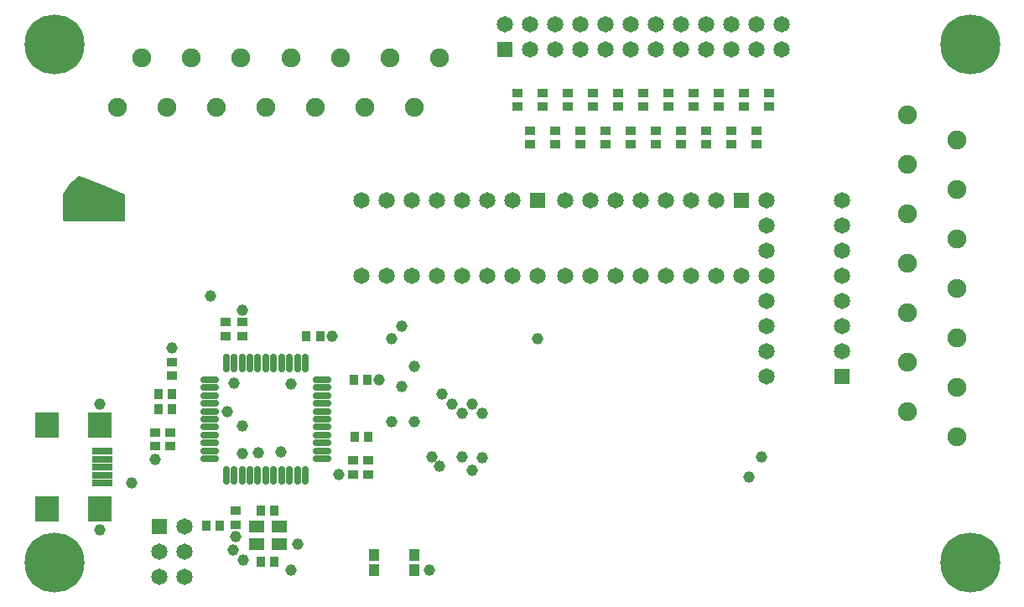
<source format=gts>
%FSAX42Y42*%
%MOMM*%
G71*
G01*
G75*
G04 Layer_Color=8388736*
%ADD10R,1.30X1.05*%
%ADD11R,0.80X0.90*%
%ADD12O,0.55X1.75*%
%ADD13O,1.75X0.55*%
%ADD14R,0.90X0.80*%
%ADD15R,2.20X2.50*%
%ADD16R,2.00X0.50*%
%ADD17R,0.90X1.00*%
%ADD18C,0.51*%
%ADD19C,0.25*%
%ADD20C,0.60*%
%ADD21C,0.40*%
%ADD22C,1.00*%
%ADD23C,0.70*%
%ADD24C,0.50*%
%ADD25C,0.80*%
%ADD26C,5.89*%
%ADD27R,1.50X1.50*%
%ADD28C,1.50*%
%ADD29R,1.50X1.50*%
%ADD30C,1.50*%
%ADD31R,1.50X1.50*%
%ADD32C,1.75*%
%ADD33R,1.50X1.50*%
%ADD34C,1.02*%
%ADD35C,0.20*%
%ADD36C,0.60*%
%ADD37C,0.25*%
%ADD38C,0.20*%
%ADD39C,0.18*%
%ADD40R,2.03X2.03*%
%ADD41R,1.50X1.25*%
%ADD42R,0.95X1.05*%
%ADD43O,0.70X1.90*%
%ADD44O,1.90X0.70*%
%ADD45R,1.05X0.95*%
%ADD46R,2.35X2.65*%
%ADD47R,2.15X0.65*%
%ADD48R,1.05X1.15*%
%ADD49C,0.75*%
%ADD50C,0.55*%
%ADD51C,1.15*%
%ADD52C,0.85*%
%ADD53C,0.65*%
%ADD54C,0.95*%
%ADD55C,6.05*%
%ADD56R,1.65X1.65*%
%ADD57C,1.65*%
%ADD58R,1.65X1.65*%
%ADD59C,1.65*%
%ADD60R,1.65X1.65*%
%ADD61C,1.90*%
%ADD62R,1.65X1.65*%
%ADD63C,1.17*%
G36*
X005711Y011906D02*
X005711Y011906D01*
X005711Y011906D01*
X005712Y011906D01*
X005712Y011906D01*
X005712Y011906D01*
X005713Y011906D01*
X005713Y011906D01*
X005713Y011906D01*
X005713Y011906D01*
X005714Y011905D01*
X005714Y011905D01*
X005714Y011905D01*
X005714Y011905D01*
X005715Y011905D01*
X005715Y011905D01*
X005715Y011904D01*
X005715Y011904D01*
X005716Y011904D01*
X005716Y011904D01*
X005716Y011904D01*
X005716Y011904D01*
X005717Y011903D01*
X005717Y011903D01*
X005717Y011903D01*
X005717Y011903D01*
X005785Y011880D01*
X005785Y011880D01*
X005785Y011880D01*
X005980Y011804D01*
X005980Y011804D01*
X005980Y011804D01*
X006171Y011720D01*
X006171Y011720D01*
X006171Y011720D01*
X006171Y011720D01*
X006172Y011719D01*
X006172Y011719D01*
X006172Y011719D01*
X006172Y011719D01*
X006173Y011719D01*
X006173Y011719D01*
X006173Y011719D01*
X006173Y011718D01*
X006174Y011718D01*
X006174Y011718D01*
X006174Y011718D01*
X006174Y011717D01*
X006174Y011717D01*
X006174Y011717D01*
X006174Y011717D01*
X006174Y011716D01*
X006175Y011716D01*
X006175Y011716D01*
X006175Y011716D01*
X006175Y011715D01*
X006175Y011715D01*
X006175Y011715D01*
X006175Y011714D01*
X006175Y011714D01*
X006175Y011713D01*
X006175Y011713D01*
X006175Y011713D01*
X006175Y011713D01*
X006175Y011712D01*
X006175Y011712D01*
X006175Y011712D01*
X006175Y011712D01*
X006175Y011711D01*
X006175Y011711D01*
X006175Y011711D01*
X006175Y011710D01*
X006175Y011710D01*
Y011458D01*
X006175Y011457D01*
X006174Y011456D01*
X006174Y011454D01*
X006173Y011453D01*
X006173Y011453D01*
X006172Y011452D01*
X006171Y011451D01*
X006169Y011451D01*
X006168Y011450D01*
X006167Y011450D01*
X005558D01*
X005556Y011450D01*
X005555Y011451D01*
X005554Y011451D01*
X005553Y011452D01*
X005552Y011453D01*
X005551Y011453D01*
X005551Y011454D01*
X005550Y011456D01*
X005550Y011457D01*
X005550Y011458D01*
Y011710D01*
X005550Y011710D01*
X005550Y011710D01*
X005550Y011710D01*
X005550Y011710D01*
X005550Y011711D01*
X005550Y011711D01*
X005550Y011711D01*
X005550Y011711D01*
X005549Y011712D01*
X005549Y011712D01*
X005549Y011712D01*
X005549Y011713D01*
X005550Y011713D01*
X005550Y011713D01*
X005550Y011713D01*
X005550Y011714D01*
X005550Y011714D01*
X005550Y011714D01*
X005550Y011714D01*
X005550Y011715D01*
X005550Y011716D01*
X005572Y011760D01*
X005572Y011760D01*
X005573Y011761D01*
X005605Y011809D01*
X005605Y011809D01*
X005605Y011810D01*
X005644Y011854D01*
X005644Y011854D01*
X005645Y011854D01*
X005688Y011893D01*
X005689Y011893D01*
X005689Y011893D01*
X005706Y011905D01*
X005707Y011905D01*
X005707Y011905D01*
X005707Y011905D01*
X005707Y011905D01*
X005708Y011906D01*
X005708Y011906D01*
X005709Y011906D01*
X005709Y011906D01*
X005709Y011906D01*
X005710Y011906D01*
X005710Y011906D01*
X005710Y011906D01*
X005710Y011906D01*
X005711Y011906D01*
X005711Y011906D01*
D02*
G37*
D41*
X007730Y008369D02*
D03*
Y008184D02*
D03*
X007500D02*
D03*
Y008369D02*
D03*
D42*
X006649Y009550D02*
D03*
X006509D02*
D03*
X006649Y009703D02*
D03*
X006509D02*
D03*
X008621Y009851D02*
D03*
X008481D02*
D03*
X008143Y010287D02*
D03*
X008003D02*
D03*
X008490Y009271D02*
D03*
X008630D02*
D03*
X007682Y008530D02*
D03*
X007542D02*
D03*
Y008009D02*
D03*
X007682D02*
D03*
X007131Y008378D02*
D03*
X006991D02*
D03*
D43*
X007195Y010014D02*
D03*
X007275D02*
D03*
X007355D02*
D03*
X007435D02*
D03*
X007515D02*
D03*
X007595D02*
D03*
X007675D02*
D03*
X007755D02*
D03*
X007835D02*
D03*
X007915D02*
D03*
X007995D02*
D03*
Y008884D02*
D03*
X007915D02*
D03*
X007835D02*
D03*
X007755D02*
D03*
X007675D02*
D03*
X007595D02*
D03*
X007515D02*
D03*
X007435D02*
D03*
X007355D02*
D03*
X007275D02*
D03*
X007195D02*
D03*
D44*
X008160Y009849D02*
D03*
Y009769D02*
D03*
Y009689D02*
D03*
Y009609D02*
D03*
Y009529D02*
D03*
Y009449D02*
D03*
Y009369D02*
D03*
Y009289D02*
D03*
Y009209D02*
D03*
Y009129D02*
D03*
Y009049D02*
D03*
X007030D02*
D03*
Y009129D02*
D03*
Y009209D02*
D03*
Y009289D02*
D03*
Y009369D02*
D03*
Y009449D02*
D03*
Y009529D02*
D03*
Y009609D02*
D03*
Y009689D02*
D03*
Y009769D02*
D03*
Y009849D02*
D03*
D45*
X008628Y009032D02*
D03*
Y008892D02*
D03*
X008475Y008892D02*
D03*
Y009032D02*
D03*
X006629Y009316D02*
D03*
Y009176D02*
D03*
X006477Y009176D02*
D03*
Y009316D02*
D03*
X006646Y009887D02*
D03*
Y010027D02*
D03*
X007193Y010429D02*
D03*
Y010289D02*
D03*
X007358Y010429D02*
D03*
Y010289D02*
D03*
X007294Y008384D02*
D03*
Y008524D02*
D03*
X010135Y012605D02*
D03*
Y012745D02*
D03*
X012675Y012745D02*
D03*
Y012605D02*
D03*
X012548Y012364D02*
D03*
Y012224D02*
D03*
X012294Y012364D02*
D03*
Y012224D02*
D03*
X012167Y012605D02*
D03*
Y012745D02*
D03*
X012040Y012364D02*
D03*
Y012224D02*
D03*
X011913Y012605D02*
D03*
Y012745D02*
D03*
X011786Y012364D02*
D03*
Y012224D02*
D03*
X011659Y012605D02*
D03*
Y012745D02*
D03*
X011532Y012364D02*
D03*
Y012224D02*
D03*
X011405Y012605D02*
D03*
Y012745D02*
D03*
X011278Y012364D02*
D03*
Y012224D02*
D03*
X011151Y012605D02*
D03*
Y012745D02*
D03*
X011024Y012364D02*
D03*
Y012224D02*
D03*
X010897Y012605D02*
D03*
Y012745D02*
D03*
X010770Y012364D02*
D03*
Y012224D02*
D03*
X010643Y012605D02*
D03*
Y012745D02*
D03*
X010516Y012364D02*
D03*
Y012224D02*
D03*
X010389Y012605D02*
D03*
Y012745D02*
D03*
X010262Y012364D02*
D03*
Y012224D02*
D03*
X012421Y012605D02*
D03*
Y012745D02*
D03*
D46*
X005390Y009386D02*
D03*
Y008546D02*
D03*
X005920D02*
D03*
Y009386D02*
D03*
D47*
X005945Y008806D02*
D03*
Y008886D02*
D03*
Y008966D02*
D03*
Y009046D02*
D03*
Y009126D02*
D03*
D48*
X008685Y007921D02*
D03*
X009095D02*
D03*
Y008081D02*
D03*
X008685D02*
D03*
D49*
X005878Y011765D02*
D03*
X005895Y011542D02*
D03*
D50*
X005817Y011806D02*
D03*
X005977Y011753D02*
D03*
X005646Y011758D02*
D03*
X005710Y011501D02*
D03*
X005961Y011567D02*
D03*
X005956Y011504D02*
D03*
X005603Y011610D02*
D03*
X005756Y011659D02*
D03*
X005842Y011598D02*
D03*
X005824Y011656D02*
D03*
D51*
X005725Y011801D02*
D03*
X006091Y011641D02*
D03*
X005753Y011570D02*
D03*
D52*
X006068Y011524D02*
D03*
X005674Y011646D02*
D03*
D53*
X006007Y011613D02*
D03*
X005827Y011504D02*
D03*
D54*
X005928Y011641D02*
D03*
X005636Y011529D02*
D03*
D55*
X005461Y013233D02*
D03*
Y008001D02*
D03*
X014707Y013233D02*
D03*
Y008001D02*
D03*
D56*
X006519Y008362D02*
D03*
D57*
X006773D02*
D03*
X006519Y008108D02*
D03*
X006773D02*
D03*
X006519Y007854D02*
D03*
X006773D02*
D03*
X010262Y013183D02*
D03*
X010516D02*
D03*
X010770D02*
D03*
X011024D02*
D03*
X011278D02*
D03*
X011532D02*
D03*
X011786D02*
D03*
X012040D02*
D03*
X012294D02*
D03*
X012548D02*
D03*
X012802D02*
D03*
X010008Y013437D02*
D03*
X010262D02*
D03*
X010516D02*
D03*
X010770D02*
D03*
X011024D02*
D03*
X011278D02*
D03*
X011532D02*
D03*
X011786D02*
D03*
X012040D02*
D03*
X012294D02*
D03*
X012548D02*
D03*
X012802D02*
D03*
D58*
X013411Y009881D02*
D03*
D59*
Y010135D02*
D03*
Y010389D02*
D03*
Y010643D02*
D03*
Y010897D02*
D03*
Y011151D02*
D03*
Y011405D02*
D03*
Y011659D02*
D03*
X012649Y009881D02*
D03*
Y010135D02*
D03*
Y010389D02*
D03*
Y010643D02*
D03*
Y010897D02*
D03*
Y011151D02*
D03*
Y011405D02*
D03*
Y011659D02*
D03*
X012141Y011659D02*
D03*
X011887D02*
D03*
X011633D02*
D03*
X011379D02*
D03*
X011125D02*
D03*
X010871D02*
D03*
X010617D02*
D03*
X012395Y010897D02*
D03*
X012141D02*
D03*
X011887D02*
D03*
X011633D02*
D03*
X011379D02*
D03*
X011125D02*
D03*
X010871D02*
D03*
X010617D02*
D03*
X010084Y011659D02*
D03*
X009830D02*
D03*
X009576D02*
D03*
X009322D02*
D03*
X009068D02*
D03*
X008814D02*
D03*
X008560D02*
D03*
X010338Y010897D02*
D03*
X010084D02*
D03*
X009830D02*
D03*
X009576D02*
D03*
X009322D02*
D03*
X009068D02*
D03*
X008814D02*
D03*
X008560D02*
D03*
D60*
X012395Y011659D02*
D03*
X010338D02*
D03*
D61*
X009346Y013098D02*
D03*
X006096Y012598D02*
D03*
X006346Y013098D02*
D03*
X006596Y012598D02*
D03*
X006846Y013098D02*
D03*
X007096Y012598D02*
D03*
X007346Y013098D02*
D03*
X007596Y012598D02*
D03*
X007846Y013098D02*
D03*
X008096Y012598D02*
D03*
X008346Y013098D02*
D03*
X008596Y012598D02*
D03*
X008846Y013098D02*
D03*
X009096Y012598D02*
D03*
X014072Y009522D02*
D03*
X014572Y009772D02*
D03*
X014072Y010022D02*
D03*
X014572Y010272D02*
D03*
X014072Y010522D02*
D03*
X014572Y010772D02*
D03*
X014072Y011022D02*
D03*
X014572Y011272D02*
D03*
X014072Y011522D02*
D03*
X014572Y011772D02*
D03*
X014072Y012022D02*
D03*
X014572Y012272D02*
D03*
X014072Y012522D02*
D03*
X014572Y009272D02*
D03*
D62*
X010008Y013183D02*
D03*
D63*
X012471Y008865D02*
D03*
X005920Y008333D02*
D03*
Y009599D02*
D03*
X009347Y008973D02*
D03*
X008865Y009423D02*
D03*
X009373Y009703D02*
D03*
X009474Y009601D02*
D03*
X009677D02*
D03*
X009576Y009512D02*
D03*
X009779Y009508D02*
D03*
Y009060D02*
D03*
X009677Y008931D02*
D03*
X009246Y007928D02*
D03*
X007358Y010550D02*
D03*
X008264Y010287D02*
D03*
X008329Y008892D02*
D03*
X008742Y009851D02*
D03*
X007916Y008184D02*
D03*
X006477Y009042D02*
D03*
X007206Y009529D02*
D03*
X007294Y008264D02*
D03*
X008966Y009779D02*
D03*
X007264Y008128D02*
D03*
X009093Y009982D02*
D03*
X007366Y008026D02*
D03*
X007849Y007925D02*
D03*
X009271Y009068D02*
D03*
X009093Y009423D02*
D03*
X012598Y009068D02*
D03*
X008865Y010262D02*
D03*
X008966Y010389D02*
D03*
X010338Y010262D02*
D03*
X007036Y010693D02*
D03*
X006646Y010168D02*
D03*
X007275Y009815D02*
D03*
X007747Y009119D02*
D03*
X007849Y009804D02*
D03*
X007355Y009105D02*
D03*
Y009384D02*
D03*
X009576Y009068D02*
D03*
X006241Y008806D02*
D03*
X007518Y009109D02*
D03*
M02*

</source>
